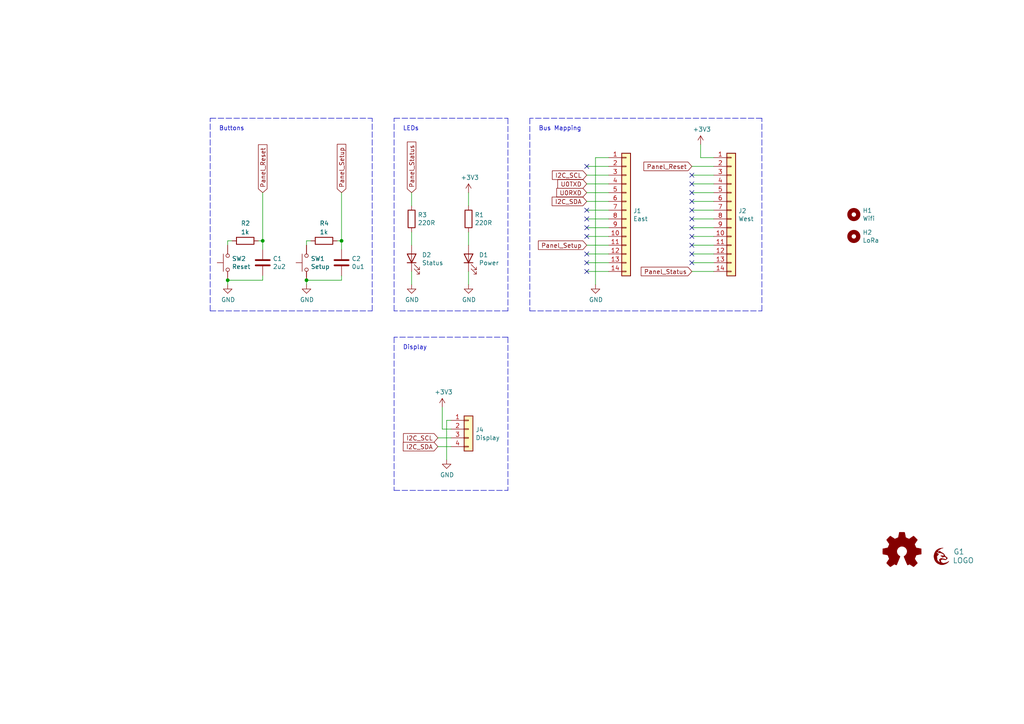
<source format=kicad_sch>
(kicad_sch (version 20211123) (generator eeschema)
  (paper "A4")
  (title_block (title "Satellite Panel") (date "2022-02-08") (rev "2.0") (company "GrayC GmbH") (comment 1 "Fabian Schlegel") (comment 4 "Front Panel Module with Setup / Reset Buttons and Status LEDs"))
  (lib_symbols
    (symbol "Connector_Generic:Conn_01x04" (pin_names (offset 1.016) hide)
      (property "Reference" "J" (at 0 5.08 0))
      (property "Value" "Connector_Generic_Conn_01x04" (at 0 -7.62 0))
      (symbol "Conn_01x04_1_1"
        (rectangle (start -1.27 -4.953) (end 0 -5.207) (stroke (width 0.1524)))
        (rectangle (start -1.27 -2.413) (end 0 -2.667) (stroke (width 0.1524)))
        (rectangle (start -1.27 0.127) (end 0 -0.127) (stroke (width 0.1524)))
        (rectangle (start -1.27 2.667) (end 0 2.413) (stroke (width 0.1524)))
        (rectangle (start -1.27 3.81) (end 1.27 -6.35) (stroke (width 0.254)) (fill (type background)))
        (pin passive line (at -5.08 2.54 0) (length 3.81) (name "Pin_1") (number "1"))
        (pin passive line (at -5.08 0 0) (length 3.81) (name "Pin_2") (number "2"))
        (pin passive line (at -5.08 -2.54 0) (length 3.81) (name "Pin_3") (number "3"))
        (pin passive line (at -5.08 -5.08 0) (length 3.81) (name "Pin_4") (number "4"))
      )
    )
    (symbol "Connector_Generic:Conn_01x14" (pin_names (offset 1.016) hide)
      (property "Reference" "J" (at 0 17.78 0))
      (property "Value" "Connector_Generic_Conn_01x14" (at 0 -20.32 0))
      (symbol "Conn_01x14_1_1"
        (rectangle (start -1.27 -17.653) (end 0 -17.907) (stroke (width 0.1524)))
        (rectangle (start -1.27 -15.113) (end 0 -15.367) (stroke (width 0.1524)))
        (rectangle (start -1.27 -12.573) (end 0 -12.827) (stroke (width 0.1524)))
        (rectangle (start -1.27 -10.033) (end 0 -10.287) (stroke (width 0.1524)))
        (rectangle (start -1.27 -7.493) (end 0 -7.747) (stroke (width 0.1524)))
        (rectangle (start -1.27 -4.953) (end 0 -5.207) (stroke (width 0.1524)))
        (rectangle (start -1.27 -2.413) (end 0 -2.667) (stroke (width 0.1524)))
        (rectangle (start -1.27 0.127) (end 0 -0.127) (stroke (width 0.1524)))
        (rectangle (start -1.27 2.667) (end 0 2.413) (stroke (width 0.1524)))
        (rectangle (start -1.27 5.207) (end 0 4.953) (stroke (width 0.1524)))
        (rectangle (start -1.27 7.747) (end 0 7.493) (stroke (width 0.1524)))
        (rectangle (start -1.27 10.287) (end 0 10.033) (stroke (width 0.1524)))
        (rectangle (start -1.27 12.827) (end 0 12.573) (stroke (width 0.1524)))
        (rectangle (start -1.27 15.367) (end 0 15.113) (stroke (width 0.1524)))
        (rectangle (start -1.27 16.51) (end 1.27 -19.05) (stroke (width 0.254)) (fill (type background)))
        (pin passive line (at -5.08 15.24 0) (length 3.81) (name "Pin_1") (number "1"))
        (pin passive line (at -5.08 -7.62 0) (length 3.81) (name "Pin_10") (number "10"))
        (pin passive line (at -5.08 -10.16 0) (length 3.81) (name "Pin_11") (number "11"))
        (pin passive line (at -5.08 -12.7 0) (length 3.81) (name "Pin_12") (number "12"))
        (pin passive line (at -5.08 -15.24 0) (length 3.81) (name "Pin_13") (number "13"))
        (pin passive line (at -5.08 -17.78 0) (length 3.81) (name "Pin_14") (number "14"))
        (pin passive line (at -5.08 12.7 0) (length 3.81) (name "Pin_2") (number "2"))
        (pin passive line (at -5.08 10.16 0) (length 3.81) (name "Pin_3") (number "3"))
        (pin passive line (at -5.08 7.62 0) (length 3.81) (name "Pin_4") (number "4"))
        (pin passive line (at -5.08 5.08 0) (length 3.81) (name "Pin_5") (number "5"))
        (pin passive line (at -5.08 2.54 0) (length 3.81) (name "Pin_6") (number "6"))
        (pin passive line (at -5.08 0 0) (length 3.81) (name "Pin_7") (number "7"))
        (pin passive line (at -5.08 -2.54 0) (length 3.81) (name "Pin_8") (number "8"))
        (pin passive line (at -5.08 -5.08 0) (length 3.81) (name "Pin_9") (number "9"))
      )
    )
    (symbol "Device:C" (pin_numbers hide) (pin_names (offset 0.254))
      (property "Reference" "C" (at 0.635 2.54 0))
      (property "Value" "Device_C" (at 0.635 -2.54 0))
      (symbol "C_0_1"
        (polyline (pts (xy -2.032 -0.762) (xy 2.032 -0.762)) (stroke (width 0.508)))
        (polyline (pts (xy -2.032 0.762) (xy 2.032 0.762)) (stroke (width 0.508)))
      )
      (symbol "C_1_1"
        (pin passive line (at 0 3.81 270) (length 2.794) (name "~") (number "1"))
        (pin passive line (at 0 -3.81 90) (length 2.794) (name "~") (number "2"))
      )
    )
    (symbol "Device:LED" (pin_numbers hide) (pin_names (offset 1.016) hide)
      (property "Reference" "D" (at 0 2.54 0))
      (property "Value" "Device_LED" (at 0 -2.54 0))
      (symbol "LED_0_1"
        (polyline (pts (xy -1.27 -1.27) (xy -1.27 1.27)) (stroke (width 0.254)))
        (polyline (pts (xy -1.27 0) (xy 1.27 0)))
        (polyline (pts (xy 1.27 -1.27) (xy 1.27 1.27) (xy -1.27 0) (xy 1.27 -1.27)) (stroke (width 0.254)))
        (polyline (pts (xy -3.048 -0.762) (xy -4.572 -2.286) (xy -3.81 -2.286) (xy -4.572 -2.286) (xy -4.572 -1.524)))
        (polyline (pts (xy -1.778 -0.762) (xy -3.302 -2.286) (xy -2.54 -2.286) (xy -3.302 -2.286) (xy -3.302 -1.524)))
      )
      (symbol "LED_1_1"
        (pin passive line (at -3.81 0 0) (length 2.54) (name "K") (number "1"))
        (pin passive line (at 3.81 0 180) (length 2.54) (name "A") (number "2"))
      )
    )
    (symbol "Device:R" (pin_numbers hide) (pin_names (offset 0))
      (property "Reference" "R" (at 2.032 0 90))
      (property "Value" "Device_R" (at 0 0 90))
      (symbol "R_0_1"
        (rectangle (start -1.016 -2.54) (end 1.016 2.54) (stroke (width 0.254)))
      )
      (symbol "R_1_1"
        (pin passive line (at 0 3.81 270) (length 1.27) (name "~") (number "1"))
        (pin passive line (at 0 -3.81 90) (length 1.27) (name "~") (number "2"))
      )
    )
    (symbol "Graphic:Logo_Open_Hardware_Small" (pin_names (offset 1.016))
      (symbol "Logo_Open_Hardware_Small_0_1"
        (polyline (pts (xy 3.3528 -4.3434) (xy 3.302 -4.318) (xy 3.175 -4.2418) (xy 2.9972 -4.1148) (xy 2.7686 -3.9624) (xy 2.54 -3.81) (xy 2.3622 -3.7084) (xy 2.2352 -3.6068) (xy 2.1844 -3.5814) (xy 2.159 -3.6068) (xy 2.0574 -3.6576) (xy 1.905 -3.7338) (xy 1.8034 -3.7846) (xy 1.6764 -3.8354) (xy 1.6002 -3.8354) (xy 1.6002 -3.8354) (xy 1.5494 -3.7338) (xy 1.4732 -3.5306) (xy 1.3462 -3.302) (xy 1.2446 -3.0226) (xy 1.1176 -2.7178) (xy 0.9652 -2.413) (xy 0.8636 -2.1082) (xy 0.7366 -1.8288) (xy 0.6604 -1.6256) (xy 0.6096 -1.4732) (xy 0.5842 -1.397) (xy 0.5842 -1.397) (xy 0.6604 -1.3208) (xy 0.7874 -1.2446) (xy 1.0414 -1.016) (xy 1.2954 -0.6858) (xy 1.4478 -0.3302) (xy 1.524 0.0762) (xy 1.4732 0.4572) (xy 1.3208 0.8128) (xy 1.0668 1.143) (xy 0.762 1.3716) (xy 0.4064 1.524) (xy 0 1.5748) (xy -0.381 1.5494) (xy -0.7366 1.397) (xy -1.0668 1.143) (xy -1.2192 0.9906) (xy -1.397 0.6604) (xy -1.524 0.3048) (xy -1.524 0.2286) (xy -1.4986 -0.1778) (xy -1.397 -0.5334) (xy -1.1938 -0.8636) (xy -0.9144 -1.143) (xy -0.8636 -1.1684) (xy -0.7366 -1.27) (xy -0.635 -1.3462) (xy -0.5842 -1.397) (xy -1.0668 -2.5908) (xy -1.143 -2.794) (xy -1.2954 -3.1242) (xy -1.397 -3.4036) (xy -1.4986 -3.6322) (xy -1.5748 -3.7846) (xy -1.6002 -3.8354) (xy -1.6002 -3.8354) (xy -1.651 -3.8354) (xy -1.7272 -3.81) (xy -1.905 -3.7338) (xy -2.0066 -3.683) (xy -2.1336 -3.6068) (xy -2.2098 -3.5814) (xy -2.2606 -3.6068) (xy -2.3622 -3.683) (xy -2.54 -3.81) (xy -2.7686 -3.9624) (xy -2.9718 -4.0894) (xy -3.1496 -4.2164) (xy -3.302 -4.318) (xy -3.3528 -4.3434) (xy -3.3782 -4.3434) (xy -3.429 -4.318) (xy -3.5306 -4.2164) (xy -3.7084 -4.064) (xy -3.937 -3.8354) (xy -3.9624 -3.81) (xy -4.1656 -3.6068) (xy -4.318 -3.4544) (xy -4.4196 -3.3274) (xy -4.445 -3.2766) (xy -4.445 -3.2766) (xy -4.4196 -3.2258) (xy -4.318 -3.0734) (xy -4.2164 -2.8956) (xy -4.064 -2.667) (xy -3.6576 -2.0828) (xy -3.8862 -1.5494) (xy -3.937 -1.3716) (xy -4.0386 -1.1684) (xy -4.0894 -1.0414) (xy -4.1148 -0.9652) (xy -4.191 -0.9398) (xy -4.318 -0.9144) (xy -4.5466 -0.8636) (xy -4.8006 -0.8128) (xy -5.0546 -0.7874) (xy -5.2578 -0.7366) (xy -5.4356 -0.7112) (xy -5.5118 -0.6858) (xy -5.5118 -0.6858) (xy -5.5372 -0.635) (xy -5.5372 -0.5588) (xy -5.5372 -0.4318) (xy -5.5626 -0.2286) (xy -5.5626 0.0762) (xy -5.5626 0.127) (xy -5.5372 0.4064) (xy -5.5372 0.635) (xy -5.5372 0.762) (xy -5.5372 0.8382) (xy -5.5372 0.8382) (xy -5.461 0.8382) (xy -5.3086 0.889) (xy -5.08 0.9144) (xy -4.826 0.9652) (xy -4.8006 0.9906) (xy -4.5466 1.0414) (xy -4.318 1.0668) (xy -4.1656 1.1176) (xy -4.0894 1.143) (xy -4.0894 1.143) (xy -4.0386 1.2446) (xy -3.9624 1.4224) (xy -3.8608 1.6256) (xy -3.7846 1.8288) (xy -3.7084 2.0066) (xy -3.6576 2.159) (xy -3.6322 2.2098) (xy -3.6322 2.2098) (xy -3.683 2.286) (xy -3.7592 2.413) (xy -3.8862 2.5908) (xy -4.064 2.8194) (xy -4.064 2.8448) (xy -4.2164 3.0734) (xy -4.3434 3.2512) (xy -4.4196 3.3782) (xy -4.445 3.4544) (xy -4.445 3.4544) (xy -4.3942 3.5052) (xy -4.2926 3.6322) (xy -4.1148 3.81) (xy -3.937 4.0132) (xy -3.8608 4.064) (xy -3.6576 4.2926) (xy -3.5052 4.4196) (xy -3.4036 4.4958) (xy -3.3528 4.5212) (xy -3.3528 4.5212) (xy -3.302 4.4704) (xy -3.1496 4.3688) (xy -2.9718 4.2418) (xy -2.7432 4.0894) (xy -2.7178 4.0894) (xy -2.4892 3.937) (xy -2.3114 3.81) (xy -2.1844 3.7084) (xy -2.1336 3.683) (xy -2.1082 3.683) (xy -2.032 3.7084) (xy -1.8542 3.7592) (xy -1.6764 3.8354) (xy -1.4732 3.937) (xy -1.27 4.0132) (xy -1.143 4.064) (xy -1.0668 4.1148) (xy -1.0668 4.1148) (xy -1.0414 4.191) (xy -1.016 4.3434) (xy -0.9652 4.572) (xy -0.9144 4.8514) (xy -0.889 4.9022) (xy -0.8382 5.1562) (xy -0.8128 5.3848) (xy -0.7874 5.5372) (xy -0.762 5.588) (xy -0.7112 5.6134) (xy -0.5842 5.6134) (xy -0.4064 5.6134) (xy -0.1524 5.6134) (xy 0.0762 5.6134) (xy 0.3302 5.6134) (xy 0.5334 5.6134) (xy 0.6858 5.588) (xy 0.7366 5.588) (xy 0.7366 5.588) (xy 0.762 5.5118) (xy 0.8128 5.334) (xy 0.8382 5.1054) (xy 0.9144 4.826) (xy 0.9144 4.7752) (xy 0.9652 4.5212) (xy 1.016 4.2926) (xy 1.0414 4.1402) (xy 1.0668 4.0894) (xy 1.0668 4.0894) (xy 1.1938 4.0386) (xy 1.3716 3.9624) (xy 1.5748 3.8608) (xy 2.0828 3.6576) (xy 2.7178 4.0894) (xy 2.7686 4.1402) (xy 2.9972 4.2926) (xy 3.175 4.4196) (xy 3.302 4.4958) (xy 3.3782 4.5212) (xy 3.3782 4.5212) (xy 3.429 4.4704) (xy 3.556 4.3434) (xy 3.7338 4.191) (xy 3.9116 3.9878) (xy 4.064 3.8354) (xy 4.2418 3.6576) (xy 4.3434 3.556) (xy 4.4196 3.4798) (xy 4.4196 3.429) (xy 4.4196 3.4036) (xy 4.3942 3.3274) (xy 4.2926 3.2004) (xy 4.1656 2.9972) (xy 4.0132 2.794) (xy 3.8862 2.5908) (xy 3.7592 2.3876) (xy 3.6576 2.2352) (xy 3.6322 2.159) (xy 3.6322 2.1336) (xy 3.683 2.0066) (xy 3.7592 1.8288) (xy 3.8608 1.6002) (xy 4.064 1.1176) (xy 4.3942 1.0414) (xy 4.5974 1.016) (xy 4.8768 0.9652) (xy 5.1308 0.9144) (xy 5.5372 0.8382) (xy 5.5626 -0.6604) (xy 5.4864 -0.6858) (xy 5.4356 -0.6858) (xy 5.2832 -0.7366) (xy 5.0546 -0.762) (xy 4.8006 -0.8128) (xy 4.5974 -0.8636) (xy 4.3688 -0.9144) (xy 4.2164 -0.9398) (xy 4.1402 -0.9398) (xy 4.1148 -0.9652) (xy 4.064 -1.0668) (xy 3.9878 -1.2446) (xy 3.9116 -1.4478) (xy 3.81 -1.651) (xy 3.7338 -1.8542) (xy 3.683 -2.0066) (xy 3.6576 -2.0828) (xy 3.683 -2.1336) (xy 3.7846 -2.2606) (xy 3.8862 -2.4638) (xy 4.0386 -2.667) (xy 4.191 -2.8956) (xy 4.318 -3.0734) (xy 4.3942 -3.2004) (xy 4.445 -3.2766) (xy 4.4196 -3.3274) (xy 4.3434 -3.429) (xy 4.1656 -3.5814) (xy 3.937 -3.8354) (xy 3.8862 -3.8608) (xy 3.683 -4.064) (xy 3.5306 -4.2164) (xy 3.4036 -4.318) (xy 3.3528 -4.3434)) (fill (type outline)))
      )
    )
    (symbol "Mechanical:MountingHole" (pin_names (offset 1.016))
      (property "Reference" "H" (at 0 5.08 0))
      (property "Value" "Mechanical_MountingHole" (at 0 3.175 0))
      (symbol "MountingHole_0_1"
        (circle (center 0 0) (radius 1.27) (stroke (width 1.27)))
      )
    )
    (symbol "Switch:SW_Push" (pin_numbers hide) (pin_names (offset 1.016) hide)
      (property "Reference" "SW" (at 1.27 2.54 0))
      (property "Value" "Switch_SW_Push" (at 0 -1.524 0))
      (symbol "SW_Push_0_1"
        (circle (center -2.032 0) (radius 0.508))
        (polyline (pts (xy 0 1.27) (xy 0 3.048)))
        (polyline (pts (xy 2.54 1.27) (xy -2.54 1.27)))
        (circle (center 2.032 0) (radius 0.508))
        (pin passive line (at -5.08 0 0) (length 2.54) (name "1") (number "1"))
        (pin passive line (at 5.08 0 180) (length 2.54) (name "2") (number "2"))
      )
    )
    (symbol "grayc-logo-negative:LOGO" (pin_names (offset 1.016))
      (symbol "LOGO_0_0"
        (polyline (pts (xy 0.4572 -2.5146) (xy 0.9398 -2.3876) (xy 1.397 -2.1844) (xy 1.8034 -1.9304) (xy 2.0828 -1.6256) (xy 2.159 -1.4732) (xy 2.159 -1.4478) (xy 2.0574 -1.5494) (xy 1.7526 -1.7526) (xy 1.2446 -1.9558) (xy 0.7112 -2.032) (xy 0.4826 -2.032) (xy 0.1524 -1.9304) (xy -0.0508 -1.7526) (xy -0.1524 -1.4478) (xy -0.1778 -1.2192) (xy -0.1016 -1.1176) (xy 0.0508 -1.016) (xy 0.1524 -0.9906) (xy 0.4064 -0.9652) (xy 0.7112 -1.016) (xy 0.8128 -1.0414) (xy 1.0414 -1.0922) (xy 1.2192 -1.1176) (xy 1.2446 -1.0922) (xy 1.3716 -1.016) (xy 1.5494 -0.8636) (xy 1.7018 -0.7112) (xy 1.778 -0.5842) (xy 1.6002 -0.4064) (xy 1.397 -0.254) (xy 1.0922 0) (xy 0.9652 0.2286) (xy 0.9144 0.3556) (xy 0.762 0.5842) (xy 0.508 0.8128) (xy 0.1016 1.0414) (xy -0.3048 1.2954) (xy -0.4064 1.397) (xy -0.4572 1.4986) (xy -0.5588 1.4986) (xy -0.6096 1.3716) (xy -0.635 1.2954) (xy -0.7366 1.2954) (xy -0.8128 1.3208) (xy -1.016 1.3462) (xy -1.0668 1.397) (xy -0.9906 1.4986) (xy -0.8382 1.651) (xy -0.635 1.8288) (xy -0.127 2.1336) (xy 0.0762 2.2352) (xy 0.5334 2.3622) (xy 0.0508 2.3368) (xy -0.4064 2.2606) (xy -0.9906 2.032) (xy -1.4986 1.651) (xy -1.7272 1.3716) (xy -1.8542 1.1176) (xy -1.4478 1.1176) (xy -1.4478 1.143) (xy -1.3208 1.1684) (xy -1.0922 1.1176) (xy -0.7874 1.016) (xy -0.635 0.9398) (xy -0.4572 0.889) (xy -0.381 0.9144) (xy -0.3556 0.9398) (xy -0.254 0.9398) (xy -0.0508 0.8636) (xy 0.2032 0.762) (xy 0.4318 0.635) (xy 0.6096 0.5334) (xy 0.6858 0.4064) (xy 0.762 0.254) (xy 0.7366 0.2032) (xy 0.6858 0.1524) (xy 0.5334 0.127) (xy 0.2286 0.1524) (xy 0.0254 0.1524) (xy -0.1778 0.127) (xy -0.2286 0.0762) (xy -0.2032 0.0508) (xy -0.0762 0) (xy -0.0508 0) (xy 0.0762 -0.0762) (xy 0.2794 -0.0762) (xy 0.2794 -0.0254) (xy 0.381 -0.0254) (xy 0.4064 -0.0508) (xy 0.3302 -0.1016) (xy 0.2794 -0.0762) (xy 0.0762 -0.0762) (xy 0.1778 -0.2032) (xy 0.1778 -0.3048) (xy 0.2286 -0.3302) (xy 0.4064 -0.3302) (xy 0.6604 -0.254) (xy 0.6858 -0.254) (xy 0.9906 -0.2032) (xy 1.2192 -0.3048) (xy 1.3716 -0.508) (xy 1.4224 -0.635) (xy 1.4478 -0.762) (xy 1.3716 -0.8636) (xy 1.3208 -0.889) (xy 1.1938 -0.9144) (xy 0.9652 -0.8636) (xy 0.635 -0.7874) (xy 0.2794 -0.6858) (xy -0.0254 -0.6604) (xy -0.254 -0.6858) (xy -0.4318 -0.8636) (xy -0.5334 -0.889) (xy -0.5842 -0.9144) (xy -0.6096 -1.0414) (xy -0.5842 -1.2446) (xy -0.5334 -1.4478) (xy -0.4572 -1.6002) (xy -0.4064 -1.6764) (xy -0.381 -1.8034) (xy -0.4572 -1.8034) (xy -0.6604 -1.7018) (xy -0.8128 -1.6002) (xy -1.0922 -1.3208) (xy -1.2446 -1.0414) (xy -1.27 -0.6604) (xy -1.2446 -0.5334) (xy -1.27 -0.3556) (xy -1.2954 -0.3048) (xy -1.3208 -0.3302) (xy -1.3716 -0.3048) (xy -1.3462 -0.1778) (xy -1.2446 -0.0254) (xy -1.1176 0.1524) (xy -0.9144 0.3556) (xy -0.8128 0.5334) (xy -0.889 0.7112) (xy -1.143 0.8382) (xy -1.3716 0.9398) (xy -1.4478 1.1176) (xy -1.8542 1.1176) (xy -2.0066 0.8636) (xy -2.032 0.7112) (xy -1.27 0.7112) (xy -1.2446 0.762) (xy -1.1938 0.7112) (xy -1.2446 0.6604) (xy -1.27 0.7112) (xy -2.032 0.7112) (xy -2.159 0.3048) (xy -2.1844 -0.254) (xy -2.0828 -0.8128) (xy -1.8542 -1.3462) (xy -1.524 -1.8034) (xy -1.0668 -2.159) (xy -0.508 -2.413) (xy -0.4318 -2.4384) (xy -0.127 -2.5146) (xy 0.1524 -2.54) (xy 0.4572 -2.5146)) (stroke (width 0.0254)) (fill (type outline)))
      )
    )
    (symbol "power:+3V3" (power) (pin_names (offset 0))
      (property "Value" "power_+3V3" (at 0 3.556 0))
      (symbol "+3V3_0_1"
        (polyline (pts (xy -0.762 1.27) (xy 0 2.54)))
        (polyline (pts (xy 0 0) (xy 0 2.54)))
        (polyline (pts (xy 0 2.54) (xy 0.762 1.27)))
      )
      (symbol "+3V3_1_1"
        (pin power_in line (at 0 0 90) (length 0) hide (name "+3V3") (number "1"))
      )
    )
    (symbol "power:GND" (power) (pin_names (offset 0))
      (property "Value" "power_GND" (at 0 -3.81 0))
      (symbol "GND_0_1"
        (polyline (pts (xy 0 0) (xy 0 -1.27) (xy 1.27 -1.27) (xy 0 -2.54) (xy -1.27 -1.27) (xy 0 -1.27)))
      )
      (symbol "GND_1_1"
        (pin power_in line (at 0 0 270) (length 0) hide (name "GND") (number "1"))
      )
    )
  )
  (junction (at 66.04 81.28))
  (junction (at 88.9 81.28))
  (junction (at 76.2 69.85))
  (junction (at 99.06 69.85))
  (no_connect (at 170.18 48.26))
  (no_connect (at 200.66 58.42))
  (no_connect (at 200.66 66.04))
  (no_connect (at 200.66 71.12))
  (no_connect (at 200.66 50.8))
  (no_connect (at 200.66 68.58))
  (no_connect (at 200.66 73.66))
  (no_connect (at 170.18 78.74))
  (no_connect (at 170.18 73.66))
  (no_connect (at 200.66 63.5))
  (no_connect (at 200.66 76.2))
  (no_connect (at 200.66 53.34))
  (no_connect (at 170.18 63.5))
  (no_connect (at 170.18 68.58))
  (no_connect (at 170.18 76.2))
  (no_connect (at 200.66 55.88))
  (no_connect (at 170.18 66.04))
  (no_connect (at 200.66 60.96))
  (no_connect (at 170.18 60.96))
  (polyline (pts (xy 114.3 90.17) (xy 114.3 34.29)))
  (polyline (pts (xy 60.96 90.17) (xy 60.96 34.29)))
  (wire (pts (xy 170.18 73.66) (xy 176.53 73.66)))
  (wire (pts (xy 127 127) (xy 130.81 127)))
  (polyline (pts (xy 147.32 97.79) (xy 147.32 142.24)))
  (polyline (pts (xy 107.95 90.17) (xy 107.95 34.29)))
  (wire (pts (xy 170.18 66.04) (xy 176.53 66.04)))
  (wire (pts (xy 200.66 76.2) (xy 207.01 76.2)))
  (polyline (pts (xy 114.3 34.29) (xy 147.32 34.29)))
  (polyline (pts (xy 60.96 90.17) (xy 107.95 90.17)))
  (wire (pts (xy 200.66 78.74) (xy 207.01 78.74)))
  (wire (pts (xy 200.66 73.66) (xy 207.01 73.66)))
  (wire (pts (xy 128.27 118.11) (xy 128.27 124.46)))
  (wire (pts (xy 119.38 67.31) (xy 119.38 71.12)))
  (wire (pts (xy 66.04 71.12) (xy 66.04 69.85)))
  (wire (pts (xy 172.72 45.72) (xy 176.53 45.72)))
  (wire (pts (xy 99.06 81.28) (xy 99.06 80.01)))
  (wire (pts (xy 200.66 48.26) (xy 207.01 48.26)))
  (wire (pts (xy 66.04 69.85) (xy 67.31 69.85)))
  (wire (pts (xy 170.18 78.74) (xy 176.53 78.74)))
  (wire (pts (xy 99.06 55.88) (xy 99.06 69.85)))
  (wire (pts (xy 170.18 60.96) (xy 176.53 60.96)))
  (wire (pts (xy 200.66 53.34) (xy 207.01 53.34)))
  (wire (pts (xy 170.18 71.12) (xy 176.53 71.12)))
  (wire (pts (xy 135.89 67.31) (xy 135.89 71.12)))
  (wire (pts (xy 88.9 81.28) (xy 99.06 81.28)))
  (wire (pts (xy 170.18 55.88) (xy 176.53 55.88)))
  (wire (pts (xy 130.81 121.92) (xy 129.54 121.92)))
  (wire (pts (xy 129.54 121.92) (xy 129.54 133.35)))
  (polyline (pts (xy 147.32 34.29) (xy 147.32 90.17)))
  (wire (pts (xy 76.2 55.88) (xy 76.2 69.85)))
  (wire (pts (xy 170.18 48.26) (xy 176.53 48.26)))
  (wire (pts (xy 88.9 69.85) (xy 90.17 69.85)))
  (wire (pts (xy 172.72 82.55) (xy 172.72 45.72)))
  (wire (pts (xy 128.27 124.46) (xy 130.81 124.46)))
  (wire (pts (xy 170.18 53.34) (xy 176.53 53.34)))
  (polyline (pts (xy 114.3 97.79) (xy 114.3 142.24)))
  (wire (pts (xy 170.18 68.58) (xy 176.53 68.58)))
  (wire (pts (xy 66.04 81.28) (xy 66.04 82.55)))
  (wire (pts (xy 200.66 50.8) (xy 207.01 50.8)))
  (wire (pts (xy 97.79 69.85) (xy 99.06 69.85)))
  (wire (pts (xy 99.06 69.85) (xy 99.06 72.39)))
  (polyline (pts (xy 220.98 90.17) (xy 220.98 34.29)))
  (wire (pts (xy 203.2 45.72) (xy 207.01 45.72)))
  (polyline (pts (xy 114.3 142.24) (xy 147.32 142.24)))
  (wire (pts (xy 170.18 50.8) (xy 176.53 50.8)))
  (wire (pts (xy 170.18 58.42) (xy 176.53 58.42)))
  (polyline (pts (xy 147.32 90.17) (xy 114.3 90.17)))
  (wire (pts (xy 170.18 76.2) (xy 176.53 76.2)))
  (wire (pts (xy 76.2 69.85) (xy 76.2 72.39)))
  (wire (pts (xy 119.38 55.88) (xy 119.38 59.69)))
  (polyline (pts (xy 147.32 97.79) (xy 114.3 97.79)))
  (wire (pts (xy 66.04 81.28) (xy 76.2 81.28)))
  (wire (pts (xy 170.18 63.5) (xy 176.53 63.5)))
  (wire (pts (xy 88.9 81.28) (xy 88.9 82.55)))
  (wire (pts (xy 200.66 66.04) (xy 207.01 66.04)))
  (wire (pts (xy 203.2 41.91) (xy 203.2 45.72)))
  (wire (pts (xy 200.66 58.42) (xy 207.01 58.42)))
  (wire (pts (xy 200.66 68.58) (xy 207.01 68.58)))
  (polyline (pts (xy 60.96 34.29) (xy 107.95 34.29)))
  (wire (pts (xy 200.66 71.12) (xy 207.01 71.12)))
  (wire (pts (xy 88.9 69.85) (xy 88.9 71.12)))
  (polyline (pts (xy 220.98 34.29) (xy 153.67 34.29)))
  (wire (pts (xy 200.66 63.5) (xy 207.01 63.5)))
  (polyline (pts (xy 153.67 34.29) (xy 153.67 90.17)))
  (wire (pts (xy 200.66 55.88) (xy 207.01 55.88)))
  (wire (pts (xy 127 129.54) (xy 130.81 129.54)))
  (wire (pts (xy 135.89 55.88) (xy 135.89 59.69)))
  (wire (pts (xy 119.38 78.74) (xy 119.38 82.55)))
  (wire (pts (xy 200.66 60.96) (xy 207.01 60.96)))
  (wire (pts (xy 135.89 78.74) (xy 135.89 82.55)))
  (wire (pts (xy 76.2 81.28) (xy 76.2 80.01)))
  (wire (pts (xy 74.93 69.85) (xy 76.2 69.85)))
  (polyline (pts (xy 153.67 90.17) (xy 220.98 90.17)))
  (text "Buttons" (at 63.5 38.1 0) (effects (font (size 1.27 1.27)) (justify left bottom)))
  (text "Bus Mapping" (at 156.21 38.1 0) (effects (font (size 1.27 1.27)) (justify left bottom)))
  (text "LEDs" (at 116.84 38.1 0) (effects (font (size 1.27 1.27)) (justify left bottom)))
  (text "Display" (at 116.84 101.6 0) (effects (font (size 1.27 1.27)) (justify left bottom)))
  (global_label "I2C_SDA" (shape input) (at 170.18 58.42 180) (property "Intersheet References" "${INTERSHEET_REFS}" (effects hide)))
  (global_label "Panel_Status" (shape input) (at 119.38 55.88 90) (property "Intersheet References" "${INTERSHEET_REFS}" (effects hide)))
  (global_label "Panel_Setup" (shape input) (at 170.18 71.12 180) (property "Intersheet References" "${INTERSHEET_REFS}" (effects hide)))
  (global_label "U0TXD" (shape input) (at 170.18 53.34 180) (property "Intersheet References" "${INTERSHEET_REFS}" (effects hide)))
  (global_label "Panel_Setup" (shape input) (at 99.06 55.88 90) (property "Intersheet References" "${INTERSHEET_REFS}" (effects hide)))
  (global_label "Panel_Reset" (shape input) (at 200.66 48.26 180) (property "Intersheet References" "${INTERSHEET_REFS}" (effects hide)))
  (global_label "I2C_SDA" (shape input) (at 127 129.54 180) (property "Intersheet References" "${INTERSHEET_REFS}" (effects hide)))
  (global_label "U0RXD" (shape input) (at 170.18 55.88 180) (property "Intersheet References" "${INTERSHEET_REFS}" (effects hide)))
  (global_label "I2C_SCL" (shape input) (at 170.18 50.8 180) (property "Intersheet References" "${INTERSHEET_REFS}" (effects hide)))
  (global_label "I2C_SCL" (shape input) (at 127 127 180) (property "Intersheet References" "${INTERSHEET_REFS}" (effects hide)))
  (global_label "Panel_Status" (shape input) (at 200.66 78.74 180) (property "Intersheet References" "${INTERSHEET_REFS}" (effects hide)))
  (global_label "Panel_Reset" (shape input) (at 76.2 55.88 90) (property "Intersheet References" "${INTERSHEET_REFS}" (effects hide)))
  (symbol (lib_id "Switch:SW_Push") (at 66.04 76.2 90) (unit 1)
    (property "Reference" "SW2" (at 67.2592 75.0316 90) (effects (justify right)))
    (property "Value" "Reset" (at 67.2592 77.343 90) (effects (justify right)))
    (property "Footprint" "Button_Switch_SMD:SW_SPST_PTS645" (effects hide))
    (property "Datasheet" "https://www.mouser.de/datasheet/2/60/pts645-1841767.pdf" (effects hide))
    (property "Price" "0.47" (effects hide))
    (property "Product" "https://www.mouser.de/ProductDetail/CK/PTS645SK43SMTR92LFS" (effects hide))
  )
  (symbol (lib_id "power:GND") (at 66.04 82.55 0) (unit 1)
    (property "Reference" "#PWR0107" (effects hide))
    (property "Value" "GND" (at 66.167 86.9442 0))
  )
  (symbol (lib_id "Device:LED") (at 119.38 74.93 90) (unit 1)
    (property "Reference" "D2" (at 122.3772 73.9394 90) (effects (justify right)))
    (property "Value" "Status" (at 122.3772 76.2508 90) (effects (justify right)))
    (property "Footprint" "footprints:LED_1206_3216Metric_Pad1.42x1.75mm_HandSolder_With_Cover" (effects hide))
    (property "Datasheet" "https://www.mouser.de/datasheet/2/239/Lite-On-LTST-C150GKT-1175255.pdf" (effects hide))
    (property "Price" "0.06" (effects hide))
    (property "Product" "https://www.mouser.de/ProductDetail/Lite-On/LTST-C150GKT" (effects hide))
    (property "Manf#" "LTST-C150GKT" (effects hide))
    (property "part-num" "LTST-C150GKT" (effects hide))
  )
  (symbol (lib_id "Device:R") (at 119.38 63.5 0) (unit 1)
    (property "Reference" "R3" (at 121.158 62.3316 0) (effects (justify left)))
    (property "Value" "220R" (at 121.158 64.643 0) (effects (justify left)))
    (property "Footprint" "Resistor_SMD:R_1206_3216Metric_Pad1.30x1.75mm_HandSolder" (effects hide))
    (property "Datasheet" "RCG1206220RJNEA" (effects hide))
    (property "Price" "0.08" (effects hide))
    (property "Product" "https://www.mouser.de/ProductDetail/Vishay-Draloric/RCG1206220RJNEA" (effects hide))
    (property "manf#" "RCG1206220RJNEA" (effects hide))
    (property "part-num" "RCG1206220RJNEA" (effects hide))
  )
  (symbol (lib_id "power:GND") (at 119.38 82.55 0) (unit 1)
    (property "Reference" "#PWR0108" (effects hide))
    (property "Value" "GND" (at 119.507 86.9442 0))
  )
  (symbol (lib_id "Mechanical:MountingHole") (at 247.65 62.23 0) (unit 1)
    (property "Reference" "H1" (at 250.19 61.0616 0) (effects (justify left)))
    (property "Value" "Wifi" (at 250.19 63.373 0) (effects (justify left)))
    (property "Footprint" "MountingHole:MountingHole_6.4mm_M6" (effects hide))
    (property "Datasheet" "N/A" (effects hide))
    (property "Price" "0" (effects hide))
    (property "Product" "N/A" (effects hide))
  )
  (symbol (lib_id "Connector_Generic:Conn_01x14") (at 181.61 60.96 0) (unit 1)
    (property "Reference" "J1" (at 183.642 61.1632 0) (effects (justify left)))
    (property "Value" "East" (at 183.642 63.4746 0) (effects (justify left)))
    (property "Footprint" "Connector_PinSocket_2.54mm:PinSocket_1x14_P2.54mm_Vertical" (effects hide))
    (property "Datasheet" "N/A" (effects hide))
    (property "Price" "0" (effects hide))
    (property "Product" "N/A" (effects hide))
  )
  (symbol (lib_id "Connector_Generic:Conn_01x14") (at 212.09 60.96 0) (unit 1)
    (property "Reference" "J2" (at 214.122 61.1632 0) (effects (justify left)))
    (property "Value" "West" (at 214.122 63.4746 0) (effects (justify left)))
    (property "Footprint" "Connector_PinSocket_2.54mm:PinSocket_1x14_P2.54mm_Vertical" (effects hide))
    (property "Datasheet" "N/A" (effects hide))
    (property "Price" "0" (effects hide))
    (property "Product" "N/A" (effects hide))
  )
  (symbol (lib_id "power:+3V3") (at 203.2 41.91 0) (unit 1)
    (property "Reference" "#PWR0101" (effects hide))
    (property "Value" "+3V3" (at 203.581 37.5158 0))
  )
  (symbol (lib_id "power:GND") (at 172.72 82.55 0) (unit 1)
    (property "Reference" "#PWR0102" (effects hide))
    (property "Value" "GND" (at 172.847 86.9442 0))
  )
  (symbol (lib_id "Device:LED") (at 135.89 74.93 90) (unit 1)
    (property "Reference" "D1" (at 138.8872 73.9394 90) (effects (justify right)))
    (property "Value" "Power" (at 138.8872 76.2508 90) (effects (justify right)))
    (property "Footprint" "footprints:LED_1206_3216Metric_Pad1.42x1.75mm_HandSolder_With_Cover" (effects hide))
    (property "Datasheet" "https://www.mouser.de/datasheet/2/239/Lite-On-LTST-C150GKT-1175255.pdf" (effects hide))
    (property "Price" "0.06" (effects hide))
    (property "Product" "https://www.mouser.de/ProductDetail/Lite-On/LTST-C150GKT" (effects hide))
    (property "Manf#" "LTST-C150GKT" (effects hide))
    (property "part-num" "LTST-C150GKT" (effects hide))
  )
  (symbol (lib_id "Device:R") (at 135.89 63.5 0) (unit 1)
    (property "Reference" "R1" (at 137.668 62.3316 0) (effects (justify left)))
    (property "Value" "220R" (at 137.668 64.643 0) (effects (justify left)))
    (property "Footprint" "Resistor_SMD:R_1206_3216Metric_Pad1.30x1.75mm_HandSolder" (effects hide))
    (property "Datasheet" "RCG1206220RJNEA" (effects hide))
    (property "Product" "https://www.mouser.de/ProductDetail/Vishay-Draloric/RCG1206220RJNEA" (effects hide))
    (property "Price" "0.08" (effects hide))
    (property "manf#" "RCG1206220RJNEA" (effects hide))
    (property "part-num" "RCG1206220RJNEA" (effects hide))
  )
  (symbol (lib_id "power:+3V3") (at 135.89 55.88 0) (unit 1)
    (property "Reference" "#PWR0103" (effects hide))
    (property "Value" "+3V3" (at 136.271 51.4858 0))
  )
  (symbol (lib_id "power:GND") (at 135.89 82.55 0) (unit 1)
    (property "Reference" "#PWR0104" (effects hide))
    (property "Value" "GND" (at 136.017 86.9442 0))
  )
  (symbol (lib_id "Switch:SW_Push") (at 88.9 76.2 90) (unit 1)
    (property "Reference" "SW1" (at 90.1192 75.0316 90) (effects (justify right)))
    (property "Value" "Setup" (at 90.1192 77.343 90) (effects (justify right)))
    (property "Footprint" "Button_Switch_SMD:SW_SPST_PTS645" (effects hide))
    (property "Datasheet" "https://www.mouser.de/datasheet/2/60/pts645-1841767.pdf" (effects hide))
    (property "Price" "0.47" (effects hide))
    (property "Product" "https://www.mouser.de/ProductDetail/CK/PTS645SK43SMTR92LFS" (effects hide))
  )
  (symbol (lib_id "power:GND") (at 88.9 82.55 0) (unit 1)
    (property "Reference" "#PWR0105" (effects hide))
    (property "Value" "GND" (at 89.027 86.9442 0))
  )
  (symbol (lib_id "grayc-logo-negative:LOGO") (at 273.05 161.29 0) (unit 1)
    (property "Reference" "G1" (at 278.13 160.02 0) (effects (font (size 1.524 1.524))))
    (property "Value" "LOGO" (at 279.4 162.56 0) (effects (font (size 1.524 1.524))))
    (property "Footprint" "images:grayc-logo-negative" (effects hide))
    (property "Datasheet" "N/A" (effects hide))
    (property "Price" "0" (effects hide))
    (property "Product" "N/A" (effects hide))
  )
  (symbol (lib_id "Connector_Generic:Conn_01x04") (at 135.89 124.46 0) (unit 1)
    (property "Reference" "J4" (at 137.922 124.6632 0) (effects (justify left)))
    (property "Value" "Display" (at 137.922 126.9746 0) (effects (justify left)))
    (property "Footprint" "Connector_PinHeader_2.54mm:PinHeader_1x04_P2.54mm_Vertical" (effects hide))
    (property "Datasheet" "N/A" (effects hide))
    (property "Price" "0" (effects hide))
    (property "Product" "N/A" (effects hide))
  )
  (symbol (lib_id "power:+3V3") (at 128.27 118.11 0) (unit 1)
    (property "Reference" "#PWR0112" (effects hide))
    (property "Value" "+3V3" (at 128.651 113.7158 0))
  )
  (symbol (lib_id "power:GND") (at 129.54 133.35 0) (unit 1)
    (property "Reference" "#PWR0113" (effects hide))
    (property "Value" "GND" (at 129.667 137.7442 0))
  )
  (symbol (lib_id "Device:C") (at 76.2 76.2 0) (unit 1)
    (property "Reference" "C1" (at 79.121 75.0316 0) (effects (justify left)))
    (property "Value" "2u2" (at 79.121 77.343 0) (effects (justify left)))
    (property "Footprint" "Capacitor_SMD:C_1206_3216Metric_Pad1.33x1.80mm_HandSolder" (effects hide))
    (property "Datasheet" "https://www.mouser.de/datasheet/2/396/mlcc02_e-1307760.pdf" (effects hide))
    (property "Price" "0.07" (effects hide))
    (property "Product" "https://www.mouser.de/ProductDetail/Taiyo-Yuden/TMK316BJ225KD-T" (effects hide))
  )
  (symbol (lib_id "Device:C") (at 99.06 76.2 0) (unit 1)
    (property "Reference" "C2" (at 101.981 75.0316 0) (effects (justify left)))
    (property "Value" "0u1" (at 101.981 77.343 0) (effects (justify left)))
    (property "Footprint" "Capacitor_SMD:C_1206_3216Metric_Pad1.33x1.80mm_HandSolder" (effects hide))
  )
  (symbol (lib_id "Mechanical:MountingHole") (at 247.65 68.58 0) (unit 1)
    (property "Reference" "H2" (at 250.19 67.4116 0) (effects (justify left)))
    (property "Value" "LoRa" (at 250.19 69.723 0) (effects (justify left)))
    (property "Footprint" "MountingHole:MountingHole_6.4mm_M6" (effects hide))
    (property "Datasheet" "N/A" (effects hide))
    (property "Price" "0" (effects hide))
    (property "Product" "N/A" (effects hide))
  )
  (symbol (lib_id "Graphic:Logo_Open_Hardware_Small") (at 261.62 160.02 0) (unit 1)
    (property "Reference" "G2" (effects hide))
    (property "Value" "Logo_Open_Hardware_Small" (effects hide))
    (property "Footprint" "Symbol:OSHW-Logo2_7.3x6mm_SilkScreen" (effects hide))
  )
  (symbol (lib_id "Device:R") (at 71.12 69.85 270) (unit 1)
    (property "Reference" "R2" (at 69.85 64.77 90) (effects (justify left)))
    (property "Value" "1k" (at 69.85 67.31 90) (effects (justify left)))
    (property "Footprint" "Resistor_SMD:R_1206_3216Metric_Pad1.30x1.75mm_HandSolder" (effects hide))
    (property "Datasheet" "https://www.mouser.de/datasheet/2/427/rcge3-1761759.pdf" (effects hide))
    (property "Price" "0.08" (effects hide))
    (property "Product" "https://www.mouser.de/ProductDetail/Vishay-Draloric/RCG1206220RJNEA" (effects hide))
    (property "part-num" "RCG1206220RJNEA" (effects hide))
  )
  (symbol (lib_id "Device:R") (at 93.98 69.85 270) (unit 1)
    (property "Reference" "R4" (at 92.71 64.77 90) (effects (justify left)))
    (property "Value" "1k" (at 92.71 67.31 90) (effects (justify left)))
    (property "Footprint" "Resistor_SMD:R_1206_3216Metric_Pad1.30x1.75mm_HandSolder" (effects hide))
    (property "Datasheet" "https://www.mouser.de/datasheet/2/427/rcge3-1761759.pdf" (effects hide))
    (property "Price" "0.08" (effects hide))
    (property "Product" "https://www.mouser.de/ProductDetail/Vishay-Draloric/RCG1206220RJNEA" (effects hide))
    (property "part-num" "RCG1206220RJNEA" (effects hide))
  )
)
</source>
